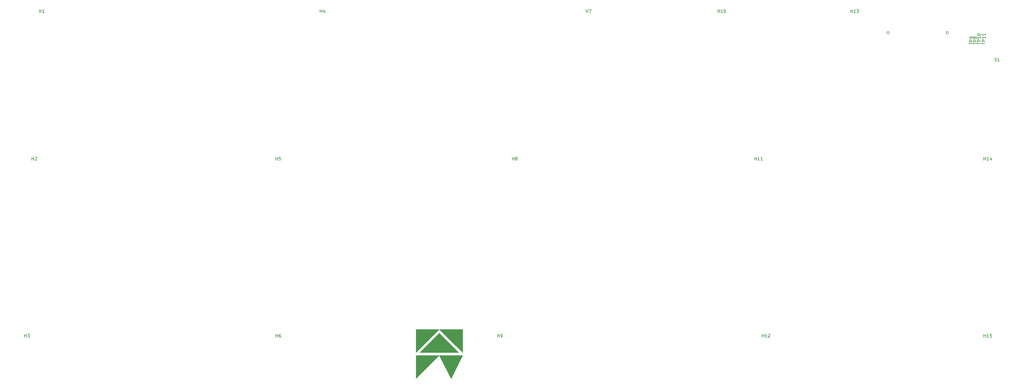
<source format=gbr>
G04 #@! TF.GenerationSoftware,KiCad,Pcbnew,(5.1.8)-1*
G04 #@! TF.CreationDate,2021-04-06T16:32:38+02:00*
G04 #@! TF.ProjectId,Keyboard_80_with_USB_HUB_V3,4b657962-6f61-4726-945f-3830255f7769,rev?*
G04 #@! TF.SameCoordinates,Original*
G04 #@! TF.FileFunction,Legend,Top*
G04 #@! TF.FilePolarity,Positive*
%FSLAX46Y46*%
G04 Gerber Fmt 4.6, Leading zero omitted, Abs format (unit mm)*
G04 Created by KiCad (PCBNEW (5.1.8)-1) date 2021-04-06 16:32:38*
%MOMM*%
%LPD*%
G01*
G04 APERTURE LIST*
%ADD10C,0.152400*%
%ADD11C,0.100000*%
%ADD12C,0.150000*%
G04 APERTURE END LIST*
D10*
X291381000Y-540000D02*
G75*
G03*
X291381000Y-540000I-381000J0D01*
G01*
X310381000Y-540000D02*
G75*
G03*
X310381000Y-540000I-381000J0D01*
G01*
D11*
G36*
X153000000Y-103500000D02*
G01*
X140500000Y-103500000D01*
X146750000Y-97250000D01*
X153000000Y-103500000D01*
G37*
X153000000Y-103500000D02*
X140500000Y-103500000D01*
X146750000Y-97250000D01*
X153000000Y-103500000D01*
G36*
X150500000Y-111880000D02*
G01*
X146750000Y-104380000D01*
X154250000Y-104380000D01*
X150500000Y-111880000D01*
G37*
X150500000Y-111880000D02*
X146750000Y-104380000D01*
X154250000Y-104380000D01*
X150500000Y-111880000D01*
G36*
X139250000Y-111880000D02*
G01*
X139250000Y-104380000D01*
X146750000Y-104380000D01*
X139250000Y-111880000D01*
G37*
X139250000Y-111880000D02*
X139250000Y-104380000D01*
X146750000Y-104380000D01*
X139250000Y-111880000D01*
G36*
X154250000Y-103500000D02*
G01*
X146750000Y-96000000D01*
X154250000Y-96000000D01*
X154250000Y-103500000D01*
G37*
X154250000Y-103500000D02*
X146750000Y-96000000D01*
X154250000Y-96000000D01*
X154250000Y-103500000D01*
G36*
X139250000Y-103500000D02*
G01*
X139250000Y-96000000D01*
X146750000Y-96000000D01*
X139250000Y-103500000D01*
G37*
X139250000Y-103500000D02*
X139250000Y-96000000D01*
X146750000Y-96000000D01*
X139250000Y-103500000D01*
D12*
X18238095Y5922619D02*
X18238095Y6922619D01*
X18238095Y6446428D02*
X18809523Y6446428D01*
X18809523Y5922619D02*
X18809523Y6922619D01*
X19809523Y5922619D02*
X19238095Y5922619D01*
X19523809Y5922619D02*
X19523809Y6922619D01*
X19428571Y6779761D01*
X19333333Y6684523D01*
X19238095Y6636904D01*
X15863095Y-41577380D02*
X15863095Y-40577380D01*
X15863095Y-41053571D02*
X16434523Y-41053571D01*
X16434523Y-41577380D02*
X16434523Y-40577380D01*
X16863095Y-40672619D02*
X16910714Y-40625000D01*
X17005952Y-40577380D01*
X17244047Y-40577380D01*
X17339285Y-40625000D01*
X17386904Y-40672619D01*
X17434523Y-40767857D01*
X17434523Y-40863095D01*
X17386904Y-41005952D01*
X16815476Y-41577380D01*
X17434523Y-41577380D01*
X13488095Y-98577380D02*
X13488095Y-97577380D01*
X13488095Y-98053571D02*
X14059523Y-98053571D01*
X14059523Y-98577380D02*
X14059523Y-97577380D01*
X14440476Y-97577380D02*
X15059523Y-97577380D01*
X14726190Y-97958333D01*
X14869047Y-97958333D01*
X14964285Y-98005952D01*
X15011904Y-98053571D01*
X15059523Y-98148809D01*
X15059523Y-98386904D01*
X15011904Y-98482142D01*
X14964285Y-98529761D01*
X14869047Y-98577380D01*
X14583333Y-98577380D01*
X14488095Y-98529761D01*
X14440476Y-98482142D01*
X108488095Y5922619D02*
X108488095Y6922619D01*
X108488095Y6446428D02*
X109059523Y6446428D01*
X109059523Y5922619D02*
X109059523Y6922619D01*
X109964285Y6589285D02*
X109964285Y5922619D01*
X109726190Y6970238D02*
X109488095Y6255952D01*
X110107142Y6255952D01*
X94238095Y-41577380D02*
X94238095Y-40577380D01*
X94238095Y-41053571D02*
X94809523Y-41053571D01*
X94809523Y-41577380D02*
X94809523Y-40577380D01*
X95761904Y-40577380D02*
X95285714Y-40577380D01*
X95238095Y-41053571D01*
X95285714Y-41005952D01*
X95380952Y-40958333D01*
X95619047Y-40958333D01*
X95714285Y-41005952D01*
X95761904Y-41053571D01*
X95809523Y-41148809D01*
X95809523Y-41386904D01*
X95761904Y-41482142D01*
X95714285Y-41529761D01*
X95619047Y-41577380D01*
X95380952Y-41577380D01*
X95285714Y-41529761D01*
X95238095Y-41482142D01*
X94238095Y-98577380D02*
X94238095Y-97577380D01*
X94238095Y-98053571D02*
X94809523Y-98053571D01*
X94809523Y-98577380D02*
X94809523Y-97577380D01*
X95714285Y-97577380D02*
X95523809Y-97577380D01*
X95428571Y-97625000D01*
X95380952Y-97672619D01*
X95285714Y-97815476D01*
X95238095Y-98005952D01*
X95238095Y-98386904D01*
X95285714Y-98482142D01*
X95333333Y-98529761D01*
X95428571Y-98577380D01*
X95619047Y-98577380D01*
X95714285Y-98529761D01*
X95761904Y-98482142D01*
X95809523Y-98386904D01*
X95809523Y-98148809D01*
X95761904Y-98053571D01*
X95714285Y-98005952D01*
X95619047Y-97958333D01*
X95428571Y-97958333D01*
X95333333Y-98005952D01*
X95285714Y-98053571D01*
X95238095Y-98148809D01*
X193988095Y5922619D02*
X193988095Y6922619D01*
X193988095Y6446428D02*
X194559523Y6446428D01*
X194559523Y5922619D02*
X194559523Y6922619D01*
X194940476Y6922619D02*
X195607142Y6922619D01*
X195178571Y5922619D01*
X170238095Y-41577380D02*
X170238095Y-40577380D01*
X170238095Y-41053571D02*
X170809523Y-41053571D01*
X170809523Y-41577380D02*
X170809523Y-40577380D01*
X171428571Y-41005952D02*
X171333333Y-40958333D01*
X171285714Y-40910714D01*
X171238095Y-40815476D01*
X171238095Y-40767857D01*
X171285714Y-40672619D01*
X171333333Y-40625000D01*
X171428571Y-40577380D01*
X171619047Y-40577380D01*
X171714285Y-40625000D01*
X171761904Y-40672619D01*
X171809523Y-40767857D01*
X171809523Y-40815476D01*
X171761904Y-40910714D01*
X171714285Y-40958333D01*
X171619047Y-41005952D01*
X171428571Y-41005952D01*
X171333333Y-41053571D01*
X171285714Y-41101190D01*
X171238095Y-41196428D01*
X171238095Y-41386904D01*
X171285714Y-41482142D01*
X171333333Y-41529761D01*
X171428571Y-41577380D01*
X171619047Y-41577380D01*
X171714285Y-41529761D01*
X171761904Y-41482142D01*
X171809523Y-41386904D01*
X171809523Y-41196428D01*
X171761904Y-41101190D01*
X171714285Y-41053571D01*
X171619047Y-41005952D01*
X165488095Y-98577380D02*
X165488095Y-97577380D01*
X165488095Y-98053571D02*
X166059523Y-98053571D01*
X166059523Y-98577380D02*
X166059523Y-97577380D01*
X166583333Y-98577380D02*
X166773809Y-98577380D01*
X166869047Y-98529761D01*
X166916666Y-98482142D01*
X167011904Y-98339285D01*
X167059523Y-98148809D01*
X167059523Y-97767857D01*
X167011904Y-97672619D01*
X166964285Y-97625000D01*
X166869047Y-97577380D01*
X166678571Y-97577380D01*
X166583333Y-97625000D01*
X166535714Y-97672619D01*
X166488095Y-97767857D01*
X166488095Y-98005952D01*
X166535714Y-98101190D01*
X166583333Y-98148809D01*
X166678571Y-98196428D01*
X166869047Y-98196428D01*
X166964285Y-98148809D01*
X167011904Y-98101190D01*
X167059523Y-98005952D01*
X236261904Y5922619D02*
X236261904Y6922619D01*
X236261904Y6446428D02*
X236833333Y6446428D01*
X236833333Y5922619D02*
X236833333Y6922619D01*
X237833333Y5922619D02*
X237261904Y5922619D01*
X237547619Y5922619D02*
X237547619Y6922619D01*
X237452380Y6779761D01*
X237357142Y6684523D01*
X237261904Y6636904D01*
X238452380Y6922619D02*
X238547619Y6922619D01*
X238642857Y6875000D01*
X238690476Y6827380D01*
X238738095Y6732142D01*
X238785714Y6541666D01*
X238785714Y6303571D01*
X238738095Y6113095D01*
X238690476Y6017857D01*
X238642857Y5970238D01*
X238547619Y5922619D01*
X238452380Y5922619D01*
X238357142Y5970238D01*
X238309523Y6017857D01*
X238261904Y6113095D01*
X238214285Y6303571D01*
X238214285Y6541666D01*
X238261904Y6732142D01*
X238309523Y6827380D01*
X238357142Y6875000D01*
X238452380Y6922619D01*
X248136904Y-41577380D02*
X248136904Y-40577380D01*
X248136904Y-41053571D02*
X248708333Y-41053571D01*
X248708333Y-41577380D02*
X248708333Y-40577380D01*
X249708333Y-41577380D02*
X249136904Y-41577380D01*
X249422619Y-41577380D02*
X249422619Y-40577380D01*
X249327380Y-40720238D01*
X249232142Y-40815476D01*
X249136904Y-40863095D01*
X250660714Y-41577380D02*
X250089285Y-41577380D01*
X250375000Y-41577380D02*
X250375000Y-40577380D01*
X250279761Y-40720238D01*
X250184523Y-40815476D01*
X250089285Y-40863095D01*
X250511904Y-98577380D02*
X250511904Y-97577380D01*
X250511904Y-98053571D02*
X251083333Y-98053571D01*
X251083333Y-98577380D02*
X251083333Y-97577380D01*
X252083333Y-98577380D02*
X251511904Y-98577380D01*
X251797619Y-98577380D02*
X251797619Y-97577380D01*
X251702380Y-97720238D01*
X251607142Y-97815476D01*
X251511904Y-97863095D01*
X252464285Y-97672619D02*
X252511904Y-97625000D01*
X252607142Y-97577380D01*
X252845238Y-97577380D01*
X252940476Y-97625000D01*
X252988095Y-97672619D01*
X253035714Y-97767857D01*
X253035714Y-97863095D01*
X252988095Y-98005952D01*
X252416666Y-98577380D01*
X253035714Y-98577380D01*
X279011904Y5922619D02*
X279011904Y6922619D01*
X279011904Y6446428D02*
X279583333Y6446428D01*
X279583333Y5922619D02*
X279583333Y6922619D01*
X280583333Y5922619D02*
X280011904Y5922619D01*
X280297619Y5922619D02*
X280297619Y6922619D01*
X280202380Y6779761D01*
X280107142Y6684523D01*
X280011904Y6636904D01*
X280916666Y6922619D02*
X281535714Y6922619D01*
X281202380Y6541666D01*
X281345238Y6541666D01*
X281440476Y6494047D01*
X281488095Y6446428D01*
X281535714Y6351190D01*
X281535714Y6113095D01*
X281488095Y6017857D01*
X281440476Y5970238D01*
X281345238Y5922619D01*
X281059523Y5922619D01*
X280964285Y5970238D01*
X280916666Y6017857D01*
X321761904Y-41577380D02*
X321761904Y-40577380D01*
X321761904Y-41053571D02*
X322333333Y-41053571D01*
X322333333Y-41577380D02*
X322333333Y-40577380D01*
X323333333Y-41577380D02*
X322761904Y-41577380D01*
X323047619Y-41577380D02*
X323047619Y-40577380D01*
X322952380Y-40720238D01*
X322857142Y-40815476D01*
X322761904Y-40863095D01*
X324190476Y-40910714D02*
X324190476Y-41577380D01*
X323952380Y-40529761D02*
X323714285Y-41244047D01*
X324333333Y-41244047D01*
X321761904Y-98577380D02*
X321761904Y-97577380D01*
X321761904Y-98053571D02*
X322333333Y-98053571D01*
X322333333Y-98577380D02*
X322333333Y-97577380D01*
X323333333Y-98577380D02*
X322761904Y-98577380D01*
X323047619Y-98577380D02*
X323047619Y-97577380D01*
X322952380Y-97720238D01*
X322857142Y-97815476D01*
X322761904Y-97863095D01*
X324238095Y-97577380D02*
X323761904Y-97577380D01*
X323714285Y-98053571D01*
X323761904Y-98005952D01*
X323857142Y-97958333D01*
X324095238Y-97958333D01*
X324190476Y-98005952D01*
X324238095Y-98053571D01*
X324285714Y-98148809D01*
X324285714Y-98386904D01*
X324238095Y-98482142D01*
X324190476Y-98529761D01*
X324095238Y-98577380D01*
X323857142Y-98577380D01*
X323761904Y-98529761D01*
X323714285Y-98482142D01*
X325238095Y-9654761D02*
X325380952Y-9702380D01*
X325619047Y-9702380D01*
X325714285Y-9654761D01*
X325761904Y-9607142D01*
X325809523Y-9511904D01*
X325809523Y-9416666D01*
X325761904Y-9321428D01*
X325714285Y-9273809D01*
X325619047Y-9226190D01*
X325428571Y-9178571D01*
X325333333Y-9130952D01*
X325285714Y-9083333D01*
X325238095Y-8988095D01*
X325238095Y-8892857D01*
X325285714Y-8797619D01*
X325333333Y-8750000D01*
X325428571Y-8702380D01*
X325666666Y-8702380D01*
X325809523Y-8750000D01*
X326761904Y-9702380D02*
X326190476Y-9702380D01*
X326476190Y-9702380D02*
X326476190Y-8702380D01*
X326380952Y-8845238D01*
X326285714Y-8940476D01*
X326190476Y-8988095D01*
X318452380Y-4261904D02*
X318452380Y-3690476D01*
X319452380Y-3976190D02*
X318452380Y-3976190D01*
X319452380Y-3357142D02*
X318452380Y-3357142D01*
X318452380Y-2976190D01*
X318500000Y-2880952D01*
X318547619Y-2833333D01*
X318642857Y-2785714D01*
X318785714Y-2785714D01*
X318880952Y-2833333D01*
X318928571Y-2880952D01*
X318976190Y-2976190D01*
X318976190Y-3357142D01*
X318880952Y-2214285D02*
X318833333Y-2309523D01*
X318785714Y-2357142D01*
X318690476Y-2404761D01*
X318642857Y-2404761D01*
X318547619Y-2357142D01*
X318500000Y-2309523D01*
X318452380Y-2214285D01*
X318452380Y-2023809D01*
X318500000Y-1928571D01*
X318547619Y-1880952D01*
X318642857Y-1833333D01*
X318690476Y-1833333D01*
X318785714Y-1880952D01*
X318833333Y-1928571D01*
X318880952Y-2023809D01*
X318880952Y-2214285D01*
X318928571Y-2309523D01*
X318976190Y-2357142D01*
X319071428Y-2404761D01*
X319261904Y-2404761D01*
X319357142Y-2357142D01*
X319404761Y-2309523D01*
X319452380Y-2214285D01*
X319452380Y-2023809D01*
X319404761Y-1928571D01*
X319357142Y-1880952D01*
X319261904Y-1833333D01*
X319071428Y-1833333D01*
X318976190Y-1880952D01*
X318928571Y-1928571D01*
X318880952Y-2023809D01*
X317202380Y-4261904D02*
X317202380Y-3690476D01*
X318202380Y-3976190D02*
X317202380Y-3976190D01*
X318202380Y-3357142D02*
X317202380Y-3357142D01*
X317202380Y-2976190D01*
X317250000Y-2880952D01*
X317297619Y-2833333D01*
X317392857Y-2785714D01*
X317535714Y-2785714D01*
X317630952Y-2833333D01*
X317678571Y-2880952D01*
X317726190Y-2976190D01*
X317726190Y-3357142D01*
X318202380Y-2309523D02*
X318202380Y-2119047D01*
X318154761Y-2023809D01*
X318107142Y-1976190D01*
X317964285Y-1880952D01*
X317773809Y-1833333D01*
X317392857Y-1833333D01*
X317297619Y-1880952D01*
X317250000Y-1928571D01*
X317202380Y-2023809D01*
X317202380Y-2214285D01*
X317250000Y-2309523D01*
X317297619Y-2357142D01*
X317392857Y-2404761D01*
X317630952Y-2404761D01*
X317726190Y-2357142D01*
X317773809Y-2309523D01*
X317821428Y-2214285D01*
X317821428Y-2023809D01*
X317773809Y-1928571D01*
X317726190Y-1880952D01*
X317630952Y-1833333D01*
X319702380Y-4238095D02*
X319702380Y-3666666D01*
X320702380Y-3952380D02*
X319702380Y-3952380D01*
X320702380Y-3333333D02*
X319702380Y-3333333D01*
X319702380Y-2952380D01*
X319750000Y-2857142D01*
X319797619Y-2809523D01*
X319892857Y-2761904D01*
X320035714Y-2761904D01*
X320130952Y-2809523D01*
X320178571Y-2857142D01*
X320226190Y-2952380D01*
X320226190Y-3333333D01*
X320702380Y-1809523D02*
X320702380Y-2380952D01*
X320702380Y-2095238D02*
X319702380Y-2095238D01*
X319845238Y-2190476D01*
X319940476Y-2285714D01*
X319988095Y-2380952D01*
X319702380Y-1190476D02*
X319702380Y-1095238D01*
X319750000Y-1000000D01*
X319797619Y-952380D01*
X319892857Y-904761D01*
X320083333Y-857142D01*
X320321428Y-857142D01*
X320511904Y-904761D01*
X320607142Y-952380D01*
X320654761Y-1000000D01*
X320702380Y-1095238D01*
X320702380Y-1190476D01*
X320654761Y-1285714D01*
X320607142Y-1333333D01*
X320511904Y-1380952D01*
X320321428Y-1428571D01*
X320083333Y-1428571D01*
X319892857Y-1380952D01*
X319797619Y-1333333D01*
X319750000Y-1285714D01*
X319702380Y-1190476D01*
X321202380Y-4238095D02*
X321202380Y-3666666D01*
X322202380Y-3952380D02*
X321202380Y-3952380D01*
X322202380Y-3333333D02*
X321202380Y-3333333D01*
X321202380Y-2952380D01*
X321250000Y-2857142D01*
X321297619Y-2809523D01*
X321392857Y-2761904D01*
X321535714Y-2761904D01*
X321630952Y-2809523D01*
X321678571Y-2857142D01*
X321726190Y-2952380D01*
X321726190Y-3333333D01*
X322202380Y-1809523D02*
X322202380Y-2380952D01*
X322202380Y-2095238D02*
X321202380Y-2095238D01*
X321345238Y-2190476D01*
X321440476Y-2285714D01*
X321488095Y-2380952D01*
X322202380Y-857142D02*
X322202380Y-1428571D01*
X322202380Y-1142857D02*
X321202380Y-1142857D01*
X321345238Y-1238095D01*
X321440476Y-1333333D01*
X321488095Y-1428571D01*
M02*

</source>
